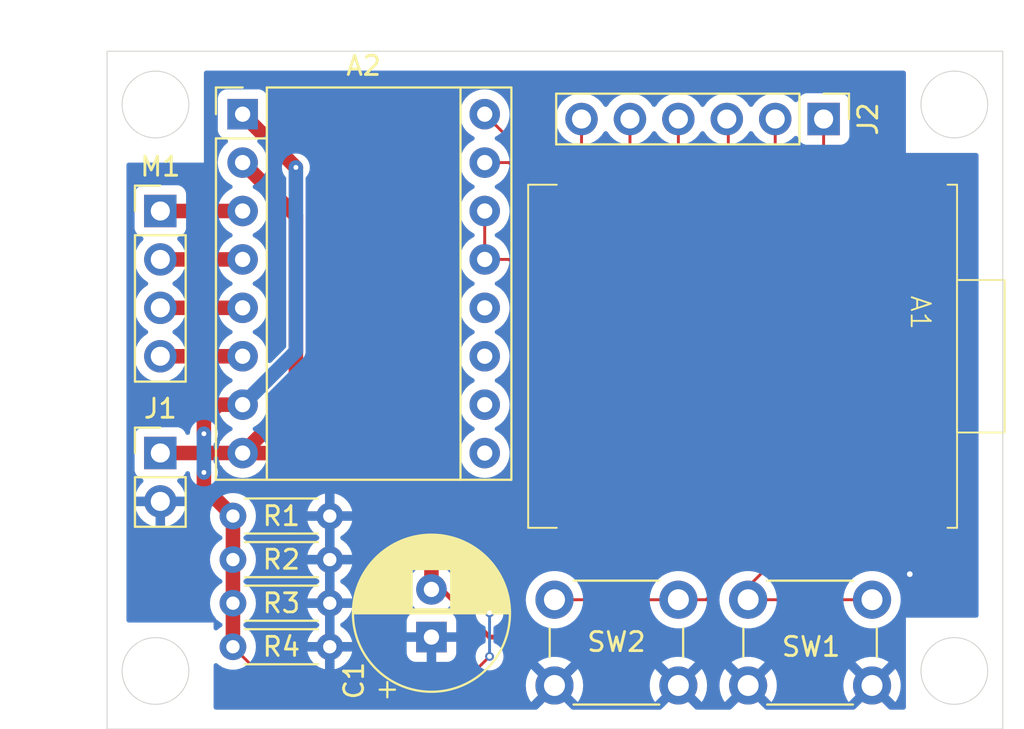
<source format=kicad_pcb>
(kicad_pcb (version 20240108) (generator "pcbnew") (generator_version "8.0")
  (layers (0 "F.Cu" signal) (31 "B.Cu" signal) (34 "B.Paste" user) (35 "F.Paste" user) (36 "B.SilkS" user "B.Silkscreen") (37 "F.SilkS" user "F.Silkscreen") (38 "B.Mask" user) (39 "F.Mask" user) (44 "Edge.Cuts" user))
  (net 0 "")
  (net 1 "Net-(A1-GPIO5)")
  (net 2 "Net-(A1-GPIO0)")
  (net 3 "GND")
  (net 4 "Net-(A1-GPIO4)")
  (net 5 "/dir")
  (net 6 "Net-(A1-GPIO7)")
  (net 7 "Net-(A1-GPIO20)")
  (net 8 "/sleep")
  (net 9 "+5V")
  (net 10 "Net-(A1-GPIO21)")
  (net 11 "Net-(A1-GPIO8)")
  (net 13 "Net-(A1-GPIO10)")
  (net 14 "/step")
  (net 15 "Net-(A1-GPIO9)")
  (net 17 "Net-(A2-1A)")
  (net 18 "Net-(A2-1B)")
  (net 21 "Net-(A2-2B)")
  (net 23 "Net-(A2-2A)")
  (footprint "Button_Switch_THT:SW_PUSH_6mm" (layer "F.Cu") (at 133.858 105.41 180)
    (property "Reference" "SW2" (at 3.25 2.286 0) (layer "F.SilkS"))
    (property "Value" "SW_Push")
    (fp_line (start 6.75 3) (end 6.75 1.5) (stroke (width 0.12)) (layer "F.SilkS"))
    (fp_line (start 5.5 -1) (end 1 -1) (stroke (width 0.12)) (layer "F.SilkS"))
    (fp_line (start 1 5.5) (end 5.5 5.5) (stroke (width 0.12)) (layer "F.SilkS"))
    (fp_line (start -0.25 1.5) (end -0.25 3) (stroke (width 0.12)) (layer "F.SilkS"))
    (pad "1" thru_hole circle (at 0 0 270) (size 2 2) (drill 1.1) (layers "*.Cu" "*.Mask") (net 3 "GND"))
    (pad "1" thru_hole circle (at 6.5 0 270) (size 2 2) (drill 1.1) (layers "*.Cu" "*.Mask") (net 3 "GND"))
    (pad "2" thru_hole circle (at 0 4.5 270) (size 2 2) (drill 1.1) (layers "*.Cu" "*.Mask") (net 1 "Net-(A1-GPIO5)"))
    (pad "2" thru_hole circle (at 6.5 4.5 270) (size 2 2) (drill 1.1) (layers "*.Cu" "*.Mask") (net 1 "Net-(A1-GPIO5)"))
  )
  (footprint "Resistor_THT:R_Axial_DIN0204_L3.6mm_D1.6mm_P5.08mm_Horizontal" (layer "F.Cu") (at 110.49 98.806)
    (property "Reference" "R2" (at 2.54 0 0) (layer "F.SilkS"))
    (property "Value" "R")
    (fp_line (start 0.62 -0.92) (end 4.46 -0.92) (stroke (width 0.12)) (layer "F.SilkS"))
    (fp_line (start 0.62 0.92) (end 4.46 0.92) (stroke (width 0.12)) (layer "F.SilkS"))
    (pad "1" thru_hole circle (at 0 0) (size 1.4 1.4) (drill 0.7) (layers "*.Cu" "*.Mask") (net 2 "Net-(A1-GPIO0)"))
    (pad "2" thru_hole oval (at 5.08 0) (size 1.4 1.4) (drill 0.7) (layers "*.Cu" "*.Mask") (net 3 "GND"))
  )
  (footprint "Button_Switch_THT:SW_PUSH_6mm" (layer "F.Cu") (at 144.018 105.41 180)
    (property "Reference" "SW1" (at 3.198 2.032 0) (layer "F.SilkS"))
    (property "Value" "SW_Push")
    (fp_line (start 6.75 3) (end 6.75 1.5) (stroke (width 0.12)) (layer "F.SilkS"))
    (fp_line (start 5.5 -1) (end 1 -1) (stroke (width 0.12)) (layer "F.SilkS"))
    (fp_line (start 1 5.5) (end 5.5 5.5) (stroke (width 0.12)) (layer "F.SilkS"))
    (fp_line (start -0.25 1.5) (end -0.25 3) (stroke (width 0.12)) (layer "F.SilkS"))
    (pad "1" thru_hole circle (at 0 0 270) (size 2 2) (drill 1.1) (layers "*.Cu" "*.Mask") (net 3 "GND"))
    (pad "1" thru_hole circle (at 6.5 0 270) (size 2 2) (drill 1.1) (layers "*.Cu" "*.Mask") (net 3 "GND"))
    (pad "2" thru_hole circle (at 0 4.5 270) (size 2 2) (drill 1.1) (layers "*.Cu" "*.Mask") (net 4 "Net-(A1-GPIO4)"))
    (pad "2" thru_hole circle (at 6.5 4.5 270) (size 2 2) (drill 1.1) (layers "*.Cu" "*.Mask") (net 4 "Net-(A1-GPIO4)"))
  )
  (footprint "Resistor_THT:R_Axial_DIN0204_L3.6mm_D1.6mm_P5.08mm_Horizontal" (layer "F.Cu") (at 110.49 103.378)
    (property "Reference" "R4" (at 2.54 0 0) (layer "F.SilkS"))
    (property "Value" "R")
    (fp_line (start 0.62 -0.92) (end 4.46 -0.92) (stroke (width 0.12)) (layer "F.SilkS"))
    (fp_line (start 0.62 0.92) (end 4.46 0.92) (stroke (width 0.12)) (layer "F.SilkS"))
    (pad "1" thru_hole circle (at 0 0) (size 1.4 1.4) (drill 0.7) (layers "*.Cu" "*.Mask") (net 2 "Net-(A1-GPIO0)"))
    (pad "2" thru_hole oval (at 5.08 0) (size 1.4 1.4) (drill 0.7) (layers "*.Cu" "*.Mask") (net 3 "GND"))
  )
  (footprint "Connector_PinHeader_2.54mm:PinHeader_1x04_P2.54mm_Vertical" (layer "F.Cu") (at 106.68 80.518)
    (property "Reference" "M1" (at 0 -2.33 0) (layer "F.SilkS"))
    (property "Value" "Stepper_Motor_bipolar")
    (fp_line (start -1.33 -1.33) (end 0 -1.33) (stroke (width 0.12)) (layer "F.SilkS"))
    (fp_line (start -1.33 0) (end -1.33 -1.33) (stroke (width 0.12)) (layer "F.SilkS"))
    (fp_line (start -1.33 1.27) (end -1.33 8.95) (stroke (width 0.12)) (layer "F.SilkS"))
    (fp_line (start -1.33 1.27) (end 1.33 1.27) (stroke (width 0.12)) (layer "F.SilkS"))
    (fp_line (start -1.33 8.95) (end 1.33 8.95) (stroke (width 0.12)) (layer "F.SilkS"))
    (fp_line (start 1.33 1.27) (end 1.33 8.95) (stroke (width 0.12)) (layer "F.SilkS"))
    (pad "1" thru_hole rect (at 0 0) (size 1.7 1.7) (drill 1) (layers "*.Cu" "*.Mask") (net 18 "Net-(A2-1B)"))
    (pad "2" thru_hole oval (at 0 2.54) (size 1.7 1.7) (drill 1) (layers "*.Cu" "*.Mask") (net 17 "Net-(A2-1A)"))
    (pad "3" thru_hole oval (at 0 5.08) (size 1.7 1.7) (drill 1) (layers "*.Cu" "*.Mask") (net 23 "Net-(A2-2A)"))
    (pad "4" thru_hole oval (at 0 7.62) (size 1.7 1.7) (drill 1) (layers "*.Cu" "*.Mask") (net 21 "Net-(A2-2B)"))
  )
  (footprint "smartBlind_pcb:esp32-c3-supermini" (layer "F.Cu") (at 141.478 88.138 -90)
    (property "Reference" "A1" (at -2.286 -5.08 -90) (layer "F.SilkS") (effects (font (thickness 0.1))))
    (property "Value" "~")
    (fp_line (start -9 15.5) (end 9 15.5) (stroke (width 0.1)) (layer "F.SilkS"))
    (fp_line (start -9 15.5) (end -9 14) (stroke (width 0.1)) (layer "F.SilkS"))
    (fp_line (start 9 15.5) (end 9 14) (stroke (width 0.1)) (layer "F.SilkS"))
    (fp_line (start -9 -7) (end -9 -6.5) (stroke (width 0.1)) (layer "F.SilkS"))
    (fp_line (start -9 -7) (end 9 -7) (stroke (width 0.1)) (layer "F.SilkS"))
    (fp_line (start 9 -7) (end 9 -6.5) (stroke (width 0.1)) (layer "F.SilkS"))
    (fp_rect (start -4 -9.5) (end 4 -7) (stroke (width 0.1)) (fill none) (layer "F.SilkS"))
    (pad "1" smd rect (at -9 -5.08 270) (size 2.286 1.524) (layers "F.Cu" "F.Paste" "F.Mask") (net 1 "Net-(A1-GPIO5)"))
    (pad "2" smd rect (at 9 -5.08 270) (size 2.286 1.524) (layers "F.Cu" "F.Paste" "F.Mask") (net 9 "+5V"))
    (pad "3" smd rect (at -9 -2.54 270) (size 2.286 1.524) (layers "F.Cu" "F.Paste" "F.Mask"))
    (pad "4" smd rect (at 9 -2.54 270) (size 2.286 1.524) (layers "F.Cu" "F.Paste" "F.Mask") (net 3 "GND"))
    (pad "5" smd rect (at -9 0 270) (size 2.286 1.524) (layers "F.Cu" "F.Paste" "F.Mask") (net 6 "Net-(A1-GPIO7)"))
    (pad "6" smd rect (at 9 0 270) (size 2.286 1.524) (layers "F.Cu" "F.Paste" "F.Mask"))
    (pad "7" smd rect (at -9 2.54 270) (size 2.286 1.524) (layers "F.Cu" "F.Paste" "F.Mask") (net 11 "Net-(A1-GPIO8)"))
    (pad "8" smd rect (at 9 2.54 270) (size 2.286 1.524) (layers "F.Cu" "F.Paste" "F.Mask") (net 4 "Net-(A1-GPIO4)"))
    (pad "9" smd rect (at -9 5 270) (size 2.286 1.524) (layers "F.Cu" "F.Paste" "F.Mask") (net 15 "Net-(A1-GPIO9)"))
    (pad "10" smd rect (at 9 5.08 270) (size 2.286 1.524) (layers "F.Cu" "F.Paste" "F.Mask") (net 5 "/dir"))
    (pad "11" smd rect (at -9 7.62 270) (size 2.286 1.524) (layers "F.Cu" "F.Paste" "F.Mask") (net 13 "Net-(A1-GPIO10)"))
    (pad "12" smd rect (at 9 7.62 270) (size 2.286 1.524) (layers "F.Cu" "F.Paste" "F.Mask") (net 14 "/step"))
    (pad "13" smd rect (at -9 10.16 270) (size 2.286 1.524) (layers "F.Cu" "F.Paste" "F.Mask") (net 7 "Net-(A1-GPIO20)"))
    (pad "14" smd rect (at 9 10.16 270) (size 2.286 1.524) (layers "F.Cu" "F.Paste" "F.Mask") (net 8 "/sleep"))
    (pad "15" smd rect (at -9 12.7 270) (size 2.286 1.524) (layers "F.Cu" "F.Paste" "F.Mask") (net 10 "Net-(A1-GPIO21)"))
    (pad "16" smd rect (at 9 12.7 270) (size 2.286 1.524) (layers "F.Cu" "F.Paste" "F.Mask") (net 2 "Net-(A1-GPIO0)"))
  )
  (footprint "Connector_PinHeader_2.54mm:PinHeader_1x02_P2.54mm_Vertical" (layer "F.Cu") (at 106.68 93.213)
    (property "Reference" "J1" (at 0 -2.33 0) (layer "F.SilkS"))
    (property "Value" "Jack-DC")
    (fp_line (start -1.33 -1.33) (end 0 -1.33) (stroke (width 0.12)) (layer "F.SilkS"))
    (fp_line (start -1.33 0) (end -1.33 -1.33) (stroke (width 0.12)) (layer "F.SilkS"))
    (fp_line (start -1.33 1.27) (end -1.33 3.87) (stroke (width 0.12)) (layer "F.SilkS"))
    (fp_line (start -1.33 1.27) (end 1.33 1.27) (stroke (width 0.12)) (layer "F.SilkS"))
    (fp_line (start -1.33 3.87) (end 1.33 3.87) (stroke (width 0.12)) (layer "F.SilkS"))
    (fp_line (start 1.33 1.27) (end 1.33 3.87) (stroke (width 0.12)) (layer "F.SilkS"))
    (pad "1" thru_hole rect (at 0 0) (size 1.7 1.7) (drill 1) (layers "*.Cu" "*.Mask") (net 9 "+5V"))
    (pad "2" thru_hole oval (at 0 2.54) (size 1.7 1.7) (drill 1) (layers "*.Cu" "*.Mask") (net 3 "GND"))
  )
  (footprint "Connector_PinHeader_2.54mm:PinHeader_1x06_P2.54mm_Vertical" (layer "F.Cu") (at 141.478 75.692 -90)
    (property "Reference" "J2" (at 0 -2.33 90) (layer "F.SilkS"))
    (property "Value" "Conn_01x06_Pin")
    (fp_line (start -1.33 14.03) (end 1.33 14.03) (stroke (width 0.12)) (layer "F.SilkS"))
    (fp_line (start -1.33 1.27) (end -1.33 14.03) (stroke (width 0.12)) (layer "F.SilkS"))
    (fp_line (start -1.33 1.27) (end 1.33 1.27) (stroke (width 0.12)) (layer "F.SilkS"))
    (fp_line (start 1.33 1.27) (end 1.33 14.03) (stroke (width 0.12)) (layer "F.SilkS"))
    (fp_line (start -1.33 0) (end -1.33 -1.33) (stroke (width 0.12)) (layer "F.SilkS"))
    (fp_line (start -1.33 -1.33) (end 0 -1.33) (stroke (width 0.12)) (layer "F.SilkS"))
    (pad "1" thru_hole rect (at 0 0 270) (size 1.7 1.7) (drill 1) (layers "*.Cu" "*.Mask") (net 6 "Net-(A1-GPIO7)"))
    (pad "2" thru_hole oval (at 0 2.54 270) (size 1.7 1.7) (drill 1) (layers "*.Cu" "*.Mask") (net 11 "Net-(A1-GPIO8)"))
    (pad "3" thru_hole oval (at 0 5.08 270) (size 1.7 1.7) (drill 1) (layers "*.Cu" "*.Mask") (net 15 "Net-(A1-GPIO9)"))
    (pad "4" thru_hole oval (at 0 7.62 270) (size 1.7 1.7) (drill 1) (layers "*.Cu" "*.Mask") (net 13 "Net-(A1-GPIO10)"))
    (pad "5" thru_hole oval (at 0 10.16 270) (size 1.7 1.7) (drill 1) (layers "*.Cu" "*.Mask") (net 7 "Net-(A1-GPIO20)"))
    (pad "6" thru_hole oval (at 0 12.7 270) (size 1.7 1.7) (drill 1) (layers "*.Cu" "*.Mask") (net 10 "Net-(A1-GPIO21)"))
  )
  (footprint "Resistor_THT:R_Axial_DIN0204_L3.6mm_D1.6mm_P5.08mm_Horizontal" (layer "F.Cu") (at 110.49 96.52)
    (property "Reference" "R1" (at 2.54 0 0) (layer "F.SilkS"))
    (property "Value" "R")
    (fp_line (start 0.62 -0.92) (end 4.46 -0.92) (stroke (width 0.12)) (layer "F.SilkS"))
    (fp_line (start 0.62 0.92) (end 4.46 0.92) (stroke (width 0.12)) (layer "F.SilkS"))
    (pad "1" thru_hole circle (at 0 0) (size 1.4 1.4) (drill 0.7) (layers "*.Cu" "*.Mask") (net 2 "Net-(A1-GPIO0)"))
    (pad "2" thru_hole oval (at 5.08 0) (size 1.4 1.4) (drill 0.7) (layers "*.Cu" "*.Mask") (net 3 "GND"))
  )
  (footprint "Resistor_THT:R_Axial_DIN0204_L3.6mm_D1.6mm_P5.08mm_Horizontal" (layer "F.Cu") (at 110.49 101.092)
    (property "Reference" "R3" (at 2.54 0 0) (layer "F.SilkS"))
    (property "Value" "R")
    (fp_line (start 0.62 -0.92) (end 4.46 -0.92) (stroke (width 0.12)) (layer "F.SilkS"))
    (fp_line (start 0.62 0.92) (end 4.46 0.92) (stroke (width 0.12)) (layer "F.SilkS"))
    (pad "1" thru_hole circle (at 0 0) (size 1.4 1.4) (drill 0.7) (layers "*.Cu" "*.Mask") (net 2 "Net-(A1-GPIO0)"))
    (pad "2" thru_hole oval (at 5.08 0) (size 1.4 1.4) (drill 0.7) (layers "*.Cu" "*.Mask") (net 3 "GND"))
  )
  (footprint "Module:Pololu_Breakout-16_15.2x20.3mm" (layer "F.Cu") (at 110.998 75.438)
    (property "Reference" "A2" (at 6.35 -2.54 0) (layer "F.SilkS"))
    (property "Value" "Pololu_Breakout_A4988")
    (fp_line (start -1.4 -1.4) (end -1.4 0) (stroke (width 0.12)) (layer "F.SilkS"))
    (fp_line (start -1.4 1.27) (end -1.4 19.18) (stroke (width 0.12)) (layer "F.SilkS"))
    (fp_line (start -1.4 19.18) (end 14.1 19.18) (stroke (width 0.12)) (layer "F.SilkS"))
    (fp_line (start 0 -1.4) (end -1.4 -1.4) (stroke (width 0.12)) (layer "F.SilkS"))
    (fp_line (start 1.27 -1.4) (end 1.27 1.27) (stroke (width 0.12)) (layer "F.SilkS"))
    (fp_line (start 1.27 1.27) (end -1.4 1.27) (stroke (width 0.12)) (layer "F.SilkS"))
    (fp_line (start 1.27 1.27) (end 1.27 19.18) (stroke (width 0.12)) (layer "F.SilkS"))
    (fp_line (start 11.43 -1.4) (end 11.43 19.18) (stroke (width 0.12)) (layer "F.SilkS"))
    (fp_line (start 14.1 -1.4) (end 1.27 -1.4) (stroke (width 0.12)) (layer "F.SilkS"))
    (fp_line (start 14.1 19.18) (end 14.1 -1.4) (stroke (width 0.12)) (layer "F.SilkS"))
    (pad "1" thru_hole rect (at 0 0) (size 1.6 1.6) (drill 0.8) (layers "*.Cu" "*.Mask") (net 2 "Net-(A1-GPIO0)"))
    (pad "2" thru_hole oval (at 0 2.54) (size 1.6 1.6) (drill 0.8) (layers "*.Cu" "*.Mask") (net 9 "+5V"))
    (pad "3" thru_hole oval (at 0 5.08) (size 1.6 1.6) (drill 0.8) (layers "*.Cu" "*.Mask") (net 18 "Net-(A2-1B)"))
    (pad "4" thru_hole oval (at 0 7.62) (size 1.6 1.6) (drill 0.8) (layers "*.Cu" "*.Mask") (net 17 "Net-(A2-1A)"))
    (pad "5" thru_hole oval (at 0 10.16) (size 1.6 1.6) (drill 0.8) (layers "*.Cu" "*.Mask") (net 23 "Net-(A2-2A)"))
    (pad "6" thru_hole oval (at 0 12.7) (size 1.6 1.6) (drill 0.8) (layers "*.Cu" "*.Mask") (net 21 "Net-(A2-2B)"))
    (pad "7" thru_hole oval (at 0 15.24) (size 1.6 1.6) (drill 0.8) (layers "*.Cu" "*.Mask") (net 2 "Net-(A1-GPIO0)"))
    (pad "8" thru_hole oval (at 0 17.78) (size 1.6 1.6) (drill 0.8) (layers "*.Cu" "*.Mask") (net 9 "+5V"))
    (pad "9" thru_hole oval (at 12.7 17.78) (size 1.6 1.6) (drill 0.8) (layers "*.Cu" "*.Mask"))
    (pad "10" thru_hole oval (at 12.7 15.24) (size 1.6 1.6) (drill 0.8) (layers "*.Cu" "*.Mask"))
    (pad "11" thru_hole oval (at 12.7 12.7) (size 1.6 1.6) (drill 0.8) (layers "*.Cu" "*.Mask"))
    (pad "12" thru_hole oval (at 12.7 10.16) (size 1.6 1.6) (drill 0.8) (layers "*.Cu" "*.Mask"))
    (pad "13" thru_hole oval (at 12.7 7.62) (size 1.6 1.6) (drill 0.8) (layers "*.Cu" "*.Mask") (net 8 "/sleep"))
    (pad "14" thru_hole oval (at 12.7 5.08) (size 1.6 1.6) (drill 0.8) (layers "*.Cu" "*.Mask") (net 8 "/sleep"))
    (pad "15" thru_hole oval (at 12.7 2.54) (size 1.6 1.6) (drill 0.8) (layers "*.Cu" "*.Mask") (net 14 "/step"))
    (pad "16" thru_hole oval (at 12.7 0) (size 1.6 1.6) (drill 0.8) (layers "*.Cu" "*.Mask") (net 5 "/dir"))
  )
  (footprint "Capacitor_THT:CP_Radial_D8.0mm_P2.50mm" (layer "F.Cu") (at 120.904 102.87 90)
    (property "Reference" "C1" (at -2.286 -4.064 90) (layer "F.SilkS"))
    (property "Value" "100u")
    (fp_line (start 1.33 -4.08) (end 1.33 4.08) (stroke (width 0.12)) (layer "F.SilkS"))
    (fp_line (start 1.29 -4.08) (end 1.29 4.08) (stroke (width 0.12)) (layer "F.SilkS"))
    (fp_line (start 1.25 -4.08) (end 1.25 4.08) (stroke (width 0.12)) (layer "F.SilkS"))
    (fp_line (start 1.37 -4.079) (end 1.37 4.079) (stroke (width 0.12)) (layer "F.SilkS"))
    (fp_line (start 1.41 -4.077) (end 1.41 4.077) (stroke (width 0.12)) (layer "F.SilkS"))
    (fp_line (start 1.45 -4.076) (end 1.45 4.076) (stroke (width 0.12)) (layer "F.SilkS"))
    (fp_line (start 1.49 -4.074) (end 1.49 -1.04) (stroke (width 0.12)) (layer "F.SilkS"))
    (fp_line (start 1.53 -4.071) (end 1.53 -1.04) (stroke (width 0.12)) (layer "F.SilkS"))
    (fp_line (start 1.57 -4.068) (end 1.57 -1.04) (stroke (width 0.12)) (layer "F.SilkS"))
    (fp_line (start 1.61 -4.065) (end 1.61 -1.04) (stroke (width 0.12)) (layer "F.SilkS"))
    (fp_line (start 1.65 -4.061) (end 1.65 -1.04) (stroke (width 0.12)) (layer "F.SilkS"))
    (fp_line (start 1.69 -4.057) (end 1.69 -1.04) (stroke (width 0.12)) (layer "F.SilkS"))
    (fp_line (start 1.73 -4.052) (end 1.73 -1.04) (stroke (width 0.12)) (layer "F.SilkS"))
    (fp_line (start 1.77 -4.048) (end 1.77 -1.04) (stroke (width 0.12)) (layer "F.SilkS"))
    (fp_line (start 1.81 -4.042) (end 1.81 -1.04) (stroke (width 0.12)) (layer "F.SilkS"))
    (fp_line (start 1.85 -4.037) (end 1.85 -1.04) (stroke (width 0.12)) (layer "F.SilkS"))
    (fp_line (start 1.89 -4.03) (end 1.89 -1.04) (stroke (width 0.12)) (layer "F.SilkS"))
    (fp_line (start 1.93 -4.024) (end 1.93 -1.04) (stroke (width 0.12)) (layer "F.SilkS"))
    (fp_line (start 1.971 -4.017) (end 1.971 -1.04) (stroke (width 0.12)) (layer "F.SilkS"))
    (fp_line (start 2.011 -4.01) (end 2.011 -1.04) (stroke (width 0.12)) (layer "F.SilkS"))
    (fp_line (start 2.051 -4.002) (end 2.051 -1.04) (stroke (width 0.12)) (layer "F.SilkS"))
    (fp_line (start 2.091 -3.994) (end 2.091 -1.04) (stroke (width 0.12)) (layer "F.SilkS"))
    (fp_line (start 2.131 -3.985) (end 2.131 -1.04) (stroke (width 0.12)) (layer "F.SilkS"))
    (fp_line (start 2.171 -3.976) (end 2.171 -1.04) (stroke (width 0.12)) (layer "F.SilkS"))
    (fp_line (start 2.211 -3.967) (end 2.211 -1.04) (stroke (width 0.12)) (layer "F.SilkS"))
    (fp_line (start 2.251 -3.957) (end 2.251 -1.04) (stroke (width 0.12)) (layer "F.SilkS"))
    (fp_line (start 2.291 -3.947) (end 2.291 -1.04) (stroke (width 0.12)) (layer "F.SilkS"))
    (fp_line (start 2.331 -3.936) (end 2.331 -1.04) (stroke (width 0.12)) (layer "F.SilkS"))
    (fp_line (start 2.371 -3.925) (end 2.371 -1.04) (stroke (width 0.12)) (layer "F.SilkS"))
    (fp_line (start 2.411 -3.914) (end 2.411 -1.04) (stroke (width 0.12)) (layer "F.SilkS"))
    (fp_line (start 2.451 -3.902) (end 2.451 -1.04) (stroke (width 0.12)) (layer "F.SilkS"))
    (fp_line (start 2.491 -3.889) (end 2.491 -1.04) (stroke (width 0.12)) (layer "F.SilkS"))
    (fp_line (start 2.531 -3.877) (end 2.531 -1.04) (stroke (width 0.12)) (layer "F.SilkS"))
    (fp_line (start 2.571 -3.863) (end 2.571 -1.04) (stroke (width 0.12)) (layer "F.SilkS"))
    (fp_line (start 2.611 -3.85) (end 2.611 -1.04) (stroke (width 0.12)) (layer "F.SilkS"))
    (fp_line (start 2.651 -3.835) (end 2.651 -1.04) (stroke (width 0.12)) (layer "F.SilkS"))
    (fp_line (start 2.691 -3.821) (end 2.691 -1.04) (stroke (width 0.12)) (layer "F.SilkS"))
    (fp_line (start 2.731 -3.805) (end 2.731 -1.04) (stroke (width 0.12)) (layer "F.SilkS"))
    (fp_line (start 2.771 -3.79) (end 2.771 -1.04) (stroke (width 0.12)) (layer "F.SilkS"))
    (fp_line (start 2.811 -3.774) (end 2.811 -1.04) (stroke (width 0.12)) (layer "F.SilkS"))
    (fp_line (start 2.851 -3.757) (end 2.851 -1.04) (stroke (width 0.12)) (layer "F.SilkS"))
    (fp_line (start 2.891 -3.74) (end 2.891 -1.04) (stroke (width 0.12)) (layer "F.SilkS"))
    (fp_line (start 2.931 -3.722) (end 2.931 -1.04) (stroke (width 0.12)) (layer "F.SilkS"))
    (fp_line (start 2.971 -3.704) (end 2.971 -1.04) (stroke (width 0.12)) (layer "F.SilkS"))
    (fp_line (start 3.011 -3.686) (end 3.011 -1.04) (stroke (width 0.12)) (layer "F.SilkS"))
    (fp_line (start 3.051 -3.666) (end 3.051 -1.04) (stroke (width 0.12)) (layer "F.SilkS"))
    (fp_line (start 3.091 -3.647) (end 3.091 -1.04) (stroke (width 0.12)) (layer "F.SilkS"))
    (fp_line (start 3.131 -3.627) (end 3.131 -1.04) (stroke (width 0.12)) (layer "F.SilkS"))
    (fp_line (start 3.171 -3.606) (end 3.171 -1.04) (stroke (width 0.12)) (layer "F.SilkS"))
    (fp_line (start 3.211 -3.584) (end 3.211 -1.04) (stroke (width 0.12)) (layer "F.SilkS"))
    (fp_line (start 3.251 -3.562) (end 3.251 -1.04) (stroke (width 0.12)) (layer "F.SilkS"))
    (fp_line (start 3.291 -3.54) (end 3.291 -1.04) (stroke (width 0.12)) (layer "F.SilkS"))
    (fp_line (start 3.331 -3.517) (end 3.331 -1.04) (stroke (width 0.12)) (layer "F.SilkS"))
    (fp_line (start 3.371 -3.493) (end 3.371 -1.04) (stroke (width 0.12)) (layer "F.SilkS"))
    (fp_line (start 3.411 -3.469) (end 3.411 -1.04) (stroke (width 0.12)) (layer "F.SilkS"))
    (fp_line (start 3.451 -3.444) (end 3.451 -1.04) (stroke (width 0.12)) (layer "F.SilkS"))
    (fp_line (start 3.491 -3.418) (end 3.491 -1.04) (stroke (width 0.12)) (layer "F.SilkS"))
    (fp_line (start 3.531 -3.392) (end 3.531 -1.04) (stroke (width 0.12)) (layer "F.SilkS"))
    (fp_line (start 3.571 -3.365) (end 3.571 3.365) (stroke (width 0.12)) (layer "F.SilkS"))
    (fp_line (start 3.611 -3.338) (end 3.611 3.338) (stroke (width 0.12)) (layer "F.SilkS"))
    (fp_line (start 3.651 -3.309) (end 3.651 3.309) (stroke (width 0.12)) (layer "F.SilkS"))
    (fp_line (start 3.691 -3.28) (end 3.691 3.28) (stroke (width 0.12)) (layer "F.SilkS"))
    (fp_line (start 3.731 -3.25) (end 3.731 3.25) (stroke (width 0.12)) (layer "F.SilkS"))
    (fp_line (start 3.771 -3.22) (end 3.771 3.22) (stroke (width 0.12)) (layer "F.SilkS"))
    (fp_line (start 3.811 -3.189) (end 3.811 3.189) (stroke (width 0.12)) (layer "F.SilkS"))
    (fp_line (start 3.851 -3.156) (end 3.851 3.156) (stroke (width 0.12)) (layer "F.SilkS"))
    (fp_line (start 3.891 -3.124) (end 3.891 3.124) (stroke (width 0.12)) (layer "F.SilkS"))
    (fp_line (start 3.931 -3.09) (end 3.931 3.09) (stroke (width 0.12)) (layer "F.SilkS"))
    (fp_line (start 3.971 -3.055) (end 3.971 3.055) (stroke (width 0.12)) (layer "F.SilkS"))
    (fp_line (start 4.011 -3.019) (end 4.011 3.019) (stroke (width 0.12)) (layer "F.SilkS"))
    (fp_line (start 4.051 -2.983) (end 4.051 2.983) (stroke (width 0.12)) (layer "F.SilkS"))
    (fp_line (start 4.091 -2.945) (end 4.091 2.945) (stroke (width 0.12)) (layer "F.SilkS"))
    (fp_line (start 4.131 -2.907) (end 4.131 2.907) (stroke (width 0.12)) (layer "F.SilkS"))
    (fp_line (start 4.171 -2.867) (end 4.171 2.867) (stroke (width 0.12)) (layer "F.SilkS"))
    (fp_line (start 4.211 -2.826) (end 4.211 2.826) (stroke (width 0.12)) (layer "F.SilkS"))
    (fp_line (start 4.251 -2.784) (end 4.251 2.784) (stroke (width 0.12)) (layer "F.SilkS"))
    (fp_line (start 4.291 -2.741) (end 4.291 2.741) (stroke (width 0.12)) (layer "F.SilkS"))
    (fp_line (start -2.759698 -2.715) (end -2.759698 -1.915) (stroke (width 0.12)) (layer "F.SilkS"))
    (fp_line (start 4.331 -2.697) (end 4.331 2.697) (stroke (width 0.12)) (layer "F.SilkS"))
    (fp_line (start 4.371 -2.651) (end 4.371 2.651) (stroke (width 0.12)) (layer "F.SilkS"))
    (fp_line (start 4.411 -2.604) (end 4.411 2.604) (stroke (width 0.12)) (layer "F.SilkS"))
    (fp_line (start 4.451 -2.556) (end 4.451 2.556) (stroke (width 0.12)) (layer "F.SilkS"))
    (fp_line (start 4.491 -2.505) (end 4.491 2.505) (stroke (width 0.12)) (layer "F.SilkS"))
    (fp_line (start 4.531 -2.454) (end 4.531 2.454) (stroke (width 0.12)) (layer "F.SilkS"))
    (fp_line (start 4.571 -2.4) (end 4.571 2.4) (stroke (width 0.12)) (layer "F.SilkS"))
    (fp_line (start 4.611 -2.345) (end 4.611 2.345) (stroke (width 0.12)) (layer "F.SilkS"))
    (fp_line (start -3.159698 -2.315) (end -2.359698 -2.315) (stroke (width 0.12)) (layer "F.SilkS"))
    (fp_line (start 4.651 -2.287) (end 4.651 2.287) (stroke (width 0.12)) (layer "F.SilkS"))
    (fp_line (start 4.691 -2.228) (end 4.691 2.228) (stroke (width 0.12)) (layer "F.SilkS"))
    (fp_line (start 4.731 -2.166) (end 4.731 2.166) (stroke (width 0.12)) (layer "F.SilkS"))
    (fp_line (start 4.771 -2.102) (end 4.771 2.102) (stroke (width 0.12)) (layer "F.SilkS"))
    (fp_line (start 4.811 -2.034) (end 4.811 2.034) (stroke (width 0.12)) (layer "F.SilkS"))
    (fp_line (start 4.851 -1.964) (end 4.851 1.964) (stroke (width 0.12)) (layer "F.SilkS"))
    (fp_line (start 4.891 -1.89) (end 4.891 1.89) (stroke (width 0.12)) (layer "F.SilkS"))
    (fp_line (start 4.931 -1.813) (end 4.931 1.813) (stroke (width 0.12)) (layer "F.SilkS"))
    (fp_line (start 4.971 -1.731) (end 4.971 1.731) (stroke (width 0.12)) (layer "F.SilkS"))
    (fp_line (start 5.011 -1.645) (end 5.011 1.645) (stroke (width 0.12)) (layer "F.SilkS"))
    (fp_line (start 5.051 -1.552) (end 5.051 1.552) (stroke (width 0.12)) (layer "F.SilkS"))
    (fp_line (start 5.091 -1.453) (end 5.091 1.453) (stroke (width 0.12)) (layer "F.SilkS"))
    (fp_line (start 5.131 -1.346) (end 5.131 1.346) (stroke (width 0.12)) (layer "F.SilkS"))
    (fp_line (start 5.171 -1.229) (end 5.171 1.229) (stroke (width 0.12)) (layer "F.SilkS"))
    (fp_line (start 5.211 -1.098) (end 5.211 1.098) (stroke (width 0.12)) (layer "F.SilkS"))
    (fp_line (start 5.251 -0.948) (end 5.251 0.948) (stroke (width 0.12)) (layer "F.SilkS"))
    (fp_line (start 5.291 -0.768) (end 5.291 0.768) (stroke (width 0.12)) (layer "F.SilkS"))
    (fp_line (start 5.331 -0.533) (end 5.331 0.533) (stroke (width 0.12)) (layer "F.SilkS"))
    (fp_line (start 3.531 1.04) (end 3.531 3.392) (stroke (width 0.12)) (layer "F.SilkS"))
    (fp_line (start 3.491 1.04) (end 3.491 3.418) (stroke (width 0.12)) (layer "F.SilkS"))
    (fp_line (start 3.451 1.04) (end 3.451 3.444) (stroke (width 0.12)) (layer "F.SilkS"))
    (fp_line (start 3.411 1.04) (end 3.411 3.469) (stroke (width 0.12)) (layer "F.SilkS"))
    (fp_line (start 3.371 1.04) (end 3.371 3.493) (stroke (width 0.12)) (layer "F.SilkS"))
    (fp_line (start 3.331 1.04) (end 3.331 3.517) (stroke (width 0.12)) (layer "F.SilkS"))
    (fp_line (start 3.291 1.04) (end 3.291 3.54) (stroke (width 0.12)) (layer "F.SilkS"))
    (fp_line (start 3.251 1.04) (end 3.251 3.562) (stroke (width 0.12)) (layer "F.SilkS"))
    (fp_line (start 3.211 1.04) (end 3.211 3.584) (stroke (width 0.12)) (layer "F.SilkS"))
    (fp_line (start 3.171 1.04) (end 3.171 3.606) (stroke (width 0.12)) (layer "F.SilkS"))
    (fp_line (start 3.131 1.04) (end 3.131 3.627) (stroke (width 0.12)) (layer "F.SilkS"))
    (fp_line (start 3.091 1.04) (end 3.091 3.647) (stroke (width 0.12)) (layer "F.SilkS"))
    (fp_line (start 3.051 1.04) (end 3.051 3.666) (stroke (width 0.12)) (layer "F.SilkS"))
    (fp_line (start 3.011 1.04) (end 3.011 3.686) (stroke (width 0.12)) (layer "F.SilkS"))
    (fp_line (start 2.971 1.04) (end 2.971 3.704) (stroke (width 0.12)) (layer "F.SilkS"))
    (fp_line (start 2.931 1.04) (end 2.931 3.722) (stroke (width 0.12)) (layer "F.SilkS"))
    (fp_line (start 2.891 1.04) (end 2.891 3.74) (stroke (width 0.12)) (layer "F.SilkS"))
    (fp_line (start 2.851 1.04) (end 2.851 3.757) (stroke (width 0.12)) (layer "F.SilkS"))
    (fp_line (start 2.811 1.04) (end 2.811 3.774) (stroke (width 0.12)) (layer "F.SilkS"))
    (fp_line (start 2.771 1.04) (end 2.771 3.79) (stroke (width 0.12)) (layer "F.SilkS"))
    (fp_line (start 2.731 1.04) (end 2.731 3.805) (stroke (width 0.12)) (layer "F.SilkS"))
    (fp_line (start 2.691 1.04) (end 2.691 3.821) (stroke (width 0.12)) (layer "F.SilkS"))
    (fp_line (start 2.651 1.04) (end 2.651 3.835) (stroke (width 0.12)) (layer "F.SilkS"))
    (fp_line (start 2.611 1.04) (end 2.611 3.85) (stroke (width 0.12)) (layer "F.SilkS"))
    (fp_line (start 2.571 1.04) (end 2.571 3.863) (stroke (width 0.12)) (layer "F.SilkS"))
    (fp_line (start 2.531 1.04) (end 2.531 3.877) (stroke (width 0.12)) (layer "F.SilkS"))
    (fp_line (start 2.491 1.04) (end 2.491 3.889) (stroke (width 0.12)) (layer "F.SilkS"))
    (fp_line (start 2.451 1.04) (end 2.451 3.902) (stroke (width 0.12)) (layer "F.SilkS"))
    (fp_line (start 2.411 1.04) (end 2.411 3.914) (stroke (width 0.12)) (layer "F.SilkS"))
    (fp_line (start 2.371 1.04) (end 2.371 3.925) (stroke (width 0.12)) (layer "F.SilkS"))
    (fp_line (start 2.331 1.04) (end 2.331 3.936) (stroke (width 0.12)) (layer "F.SilkS"))
    (fp_line (start 2.291 1.04) (end 2.291 3.947) (stroke (width 0.12)) (layer "F.SilkS"))
    (fp_line (start 2.251 1.04) (end 2.251 3.957) (stroke (width 0.12)) (layer "F.SilkS"))
    (fp_line (start 2.211 1.04) (end 2.211 3.967) (stroke (width 0.12)) (layer "F.SilkS"))
    (fp_line (start 2.171 1.04) (end 2.171 3.976) (stroke (width 0.12)) (layer "F.SilkS"))
    (fp_line (start 2.131 1.04) (end 2.131 3.985) (stroke (width 0.12)) (layer "F.SilkS"))
    (fp_line (start 2.091 1.04) (end 2.091 3.994) (stroke (width 0.12)) (layer "F.SilkS"))
    (fp_line (start 2.051 1.04) (end 2.051 4.002) (stroke (width 0.12)) (layer "F.SilkS"))
    (fp_line (start 2.011 1.04) (end 2.011 4.01) (stroke (width 0.12)) (layer "F.SilkS"))
    (fp_line (start 1.971 1.04) (end 1.971 4.017) (stroke (width 0.12)) (layer "F.SilkS"))
    (fp_line (start 1.93 1.04) (end 1.93 4.024) (stroke (width 0.12)) (layer "F.SilkS"))
    (fp_line (start 1.89 1.04) (end 1.89 4.03) (stroke (width 0.12)) (layer "F.SilkS"))
    (fp_line (start 1.85 1.04) (end 1.85 4.037) (stroke (width 0.12)) (layer "F.SilkS"))
    (fp_line (start 1.81 1.04) (end 1.81 4.042) (stroke (width 0.12)) (layer "F.SilkS"))
    (fp_line (start 1.77 1.04) (end 1.77 4.048) (stroke (width 0.12)) (layer "F.SilkS"))
    (fp_line (start 1.73 1.04) (end 1.73 4.052) (stroke (width 0.12)) (layer "F.SilkS"))
    (fp_line (start 1.69 1.04) (end 1.69 4.057) (stroke (width 0.12)) (layer "F.SilkS"))
    (fp_line (start 1.65 1.04) (end 1.65 4.061) (stroke (width 0.12)) (layer "F.SilkS"))
    (fp_line (start 1.61 1.04) (end 1.61 4.065) (stroke (width 0.12)) (layer "F.SilkS"))
    (fp_line (start 1.57 1.04) (end 1.57 4.068) (stroke (width 0.12)) (layer "F.SilkS"))
    (fp_line (start 1.53 1.04) (end 1.53 4.071) (stroke (width 0.12)) (layer "F.SilkS"))
    (fp_line (start 1.49 1.04) (end 1.49 4.074) (stroke (width 0.12)) (layer "F.SilkS"))
    (fp_circle (center 1.25 0) (end 5.37 0) (stroke (width 0.12)) (fill none) (layer "F.SilkS"))
    (pad "1" thru_hole rect (at 0 0 90) (size 1.6 1.6) (drill 0.8) (layers "*.Cu" "*.Mask") (net 3 "GND"))
    (pad "2" thru_hole circle (at 2.5 0 90) (size 1.6 1.6) (drill 0.8) (layers "*.Cu" "*.Mask") (net 9 "+5V"))
  )
  (gr_circle (center 148.336 104.648) (end 150.086 104.648) (stroke (width 0.05)) (fill none) (layer "Edge.Cuts"))
  (gr_circle (center 106.426 104.648) (end 108.176 104.648) (stroke (width 0.05)) (fill none) (layer "Edge.Cuts"))
  (gr_circle (center 106.426 74.93) (end 108.176 74.93) (stroke (width 0.05)) (fill none) (layer "Edge.Cuts"))
  (gr_circle (center 148.336 74.93) (end 150.086 74.93) (stroke (width 0.05)) (fill none) (layer "Edge.Cuts"))
  (gr_rect (start 103.886 72.136) (end 150.876 107.696) (stroke (width 0.05)) (fill none) (layer "Edge.Cuts"))
  (segment (start 133.858 100.91) (end 135.31 100.91) (width 0.1524) (layer "F.Cu") (net 1))
  (segment (start 146.558 81.788) (end 146.558 79.138) (width 0.1524) (layer "F.Cu") (net 1))
  (segment (start 137.668 90.678) (end 146.558 81.788) (width 0.1524) (layer "F.Cu") (net 1))
  (segment (start 135.31 100.91) (end 137.668 98.552) (width 0.1524) (layer "F.Cu") (net 1))
  (segment (start 127.358 100.91) (end 133.858 100.91) (width 0.1524) (layer "F.Cu") (net 1))
  (segment (start 137.668 98.552) (end 137.668 90.678) (width 0.1524) (layer "F.Cu") (net 1))
  (segment (start 108.966 94.996) (end 108.966 94.234) (width 0.762) (layer "F.Cu") (net 2))
  (segment (start 109.728 90.678) (end 110.998 90.678) (width 0.762) (layer "F.Cu") (net 2))
  (segment (start 108.966 92.202) (end 108.966 91.44) (width 0.762) (layer "F.Cu") (net 2))
  (segment (start 110.49 103.378) (end 110.49 101.092) (width 0.762) (layer "F.Cu") (net 2))
  (segment (start 112.268 105.156) (end 110.49 103.378) (width 0.1524) (layer "F.Cu") (net 2))
  (segment (start 128.778 97.138) (end 125.112 97.138) (width 0.1524) (layer "F.Cu") (net 2))
  (segment (start 108.966 91.44) (end 109.728 90.678) (width 0.762) (layer "F.Cu") (net 2))
  (segment (start 110.998 75.438) (end 113.792 78.232) (width 0.762) (layer "F.Cu") (net 2))
  (segment (start 110.49 98.806) (end 110.49 96.52) (width 0.762) (layer "F.Cu") (net 2))
  (segment (start 110.49 96.52) (end 108.966 94.996) (width 0.762) (layer "F.Cu") (net 2))
  (segment (start 110.49 101.092) (end 110.49 98.806) (width 0.762) (layer "F.Cu") (net 2))
  (segment (start 122.682 105.156) (end 112.268 105.156) (width 0.1524) (layer "F.Cu") (net 2))
  (segment (start 125.112 97.138) (end 123.952 98.298) (width 0.1524) (layer "F.Cu") (net 2))
  (segment (start 123.952 98.298) (end 123.952 101.6) (width 0.1524) (layer "F.Cu") (net 2))
  (segment (start 123.952 103.886) (end 122.682 105.156) (width 0.1524) (layer "F.Cu") (net 2))
  (via (at 108.966 92.202) (size 0.4572) (drill 0.254) (layers "F.Cu" "B.Cu") (net 2))
  (via (at 123.952 101.6) (size 0.4572) (drill 0.254) (layers "F.Cu" "B.Cu") (net 2))
  (via (at 108.966 94.234) (size 0.4572) (drill 0.254) (layers "F.Cu" "B.Cu") (net 2))
  (via (at 123.952 103.886) (size 0.4572) (drill 0.254) (layers "F.Cu" "B.Cu") (net 2))
  (via (at 113.792 78.232) (size 0.4572) (drill 0.254) (layers "F.Cu" "B.Cu") (net 2))
  (segment (start 123.952 101.6) (end 123.952 103.886) (width 0.1524) (layer "B.Cu") (net 2))
  (segment (start 113.792 87.884) (end 110.998 90.678) (width 0.762) (layer "B.Cu") (net 2))
  (segment (start 113.792 78.232) (end 113.792 87.884) (width 0.762) (layer "B.Cu") (net 2))
  (segment (start 108.966 94.234) (end 108.966 92.202) (width 0.762) (layer "B.Cu") (net 2))
  (segment (start 145.999 99.119) (end 144.018 97.138) (width 0.254) (layer "F.Cu") (net 3))
  (segment (start 145.999 99.568) (end 145.999 99.119) (width 0.254) (layer "F.Cu") (net 3))
  (via (at 145.999 99.568) (size 0.61) (drill 0.3) (layers "F.Cu" "B.Cu") (net 3))
  (segment (start 137.518 100.91) (end 144.018 100.91) (width 0.1524) (layer "F.Cu") (net 4))
  (segment (start 138.938 98.806) (end 138.938 97.138) (width 0.1524) (layer "F.Cu") (net 4))
  (segment (start 137.518 100.91) (end 137.518 100.226) (width 0.1524) (layer "F.Cu") (net 4))
  (segment (start 137.518 100.226) (end 138.938 98.806) (width 0.1524) (layer "F.Cu") (net 4))
  (segment (start 136.398 90.678) (end 126.238 80.518) (width 0.1524) (layer "F.Cu") (net 5))
  (segment (start 126.238 80.518) (end 126.238 77.978) (width 0.1524) (layer "F.Cu") (net 5))
  (segment (start 126.238 77.978) (end 123.698 75.438) (width 0.1524) (layer "F.Cu") (net 5))
  (segment (start 136.398 97.138) (end 136.398 90.678) (width 0.1524) (layer "F.Cu") (net 5))
  (segment (start 141.478 79.138) (end 141.478 75.692) (width 0.1524) (layer "F.Cu") (net 6))
  (segment (start 131.318 79.138) (end 131.318 75.692) (width 0.1524) (layer "F.Cu") (net 7))
  (segment (start 123.698 83.058) (end 123.698 80.518) (width 0.1524) (layer "F.Cu") (net 8))
  (segment (start 131.318 97.138) (end 131.318 89.408) (width 0.1524) (layer "F.Cu") (net 8))
  (segment (start 124.968 83.058) (end 123.698 83.058) (width 0.1524) (layer "F.Cu") (net 8))
  (segment (start 131.318 89.408) (end 124.968 83.058) (width 0.1524) (layer "F.Cu") (net 8))
  (segment (start 113.792 80.772) (end 113.792 90.424) (width 0.762) (layer "F.Cu") (net 9))
  (segment (start 146.558 100.838) (end 146.558 97.138) (width 0.254) (layer "F.Cu") (net 9))
  (segment (start 121.452 100.37) (end 123.952 102.87) (width 0.254) (layer "F.Cu") (net 9))
  (segment (start 106.68 93.213) (end 110.993 93.213) (width 0.762) (layer "F.Cu") (net 9))
  (segment (start 123.952 102.87) (end 144.526 102.87) (width 0.254) (layer "F.Cu") (net 9))
  (segment (start 110.998 93.218) (end 116.586 93.218) (width 0.762) (layer "F.Cu") (net 9))
  (segment (start 110.993 93.213) (end 110.998 93.218) (width 0.762) (layer "F.Cu") (net 9))
  (segment (start 120.904 100.37) (end 121.452 100.37) (width 0.254) (layer "F.Cu") (net 9))
  (segment (start 144.526 102.87) (end 146.558 100.838) (width 0.254) (layer "F.Cu") (net 9))
  (segment (start 113.792 90.424) (end 110.998 93.218) (width 0.762) (layer "F.Cu") (net 9))
  (segment (start 110.998 77.978) (end 113.792 80.772) (width 0.762) (layer "F.Cu") (net 9))
  (segment (start 116.586 93.218) (end 120.904 97.536) (width 0.762) (layer "F.Cu") (net 9))
  (segment (start 120.904 97.536) (end 120.904 100.37) (width 0.762) (layer "F.Cu") (net 9))
  (segment (start 128.778 79.138) (end 128.778 75.692) (width 0.1524) (layer "F.Cu") (net 10))
  (segment (start 138.938 79.138) (end 138.938 75.692) (width 0.1524) (layer "F.Cu") (net 11))
  (segment (start 133.858 79.138) (end 133.858 75.692) (width 0.1524) (layer "F.Cu") (net 13))
  (segment (start 133.858 89.916) (end 125.476 81.534) (width 0.1524) (layer "F.Cu") (net 14))
  (segment (start 125.476 78.486) (end 124.968 77.978) (width 0.1524) (layer "F.Cu") (net 14))
  (segment (start 125.476 81.534) (end 125.476 78.486) (width 0.1524) (layer "F.Cu") (net 14))
  (segment (start 124.968 77.978) (end 123.698 77.978) (width 0.1524) (layer "F.Cu") (net 14))
  (segment (start 133.858 97.138) (end 133.858 89.916) (width 0.1524) (layer "F.Cu") (net 14))
  (segment (start 136.478 79.138) (end 136.478 75.772) (width 0.1524) (layer "F.Cu") (net 15))
  (segment (start 136.478 75.772) (end 136.398 75.692) (width 0.1524) (layer "F.Cu") (net 15))
  (segment (start 110.998 83.058) (end 106.68 83.058) (width 0.762) (layer "F.Cu") (net 17))
  (segment (start 110.998 80.518) (end 106.68 80.518) (width 0.762) (layer "F.Cu") (net 18))
  (segment (start 110.998 88.138) (end 106.68 88.138) (width 0.762) (layer "F.Cu") (net 21))
  (segment (start 110.998 85.598) (end 106.68 85.598) (width 0.762) (layer "F.Cu") (net 23))
  (zone (net 3) (net_name "GND") (layer "B.Cu") (connect_pads (clearance 0.5)) (min_thickness 0.25) (fill yes (thermal_gap 0.5) (thermal_bridge_width 0.5))
    (polygon (pts (xy 104.902 77.978) (xy 104.902 102.108) (xy 109.474 102.108) (xy 109.474 106.68) (xy 145.796 106.68) (xy 145.796 101.854) (xy 149.606 101.854) (xy 149.606 77.47) (xy 145.796 77.47) (xy 145.796 73.152) (xy 108.966 73.152) (xy 108.966 77.978)))
  )
)
</source>
